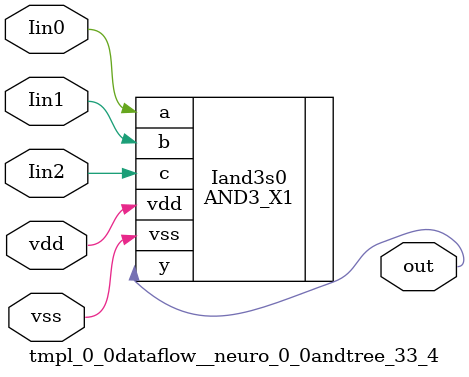
<source format=v>
module tmpl_0_0dataflow__neuro_0_0andtree_33_4(Iin0 , Iin1 , Iin2 , out, vdd, vss); 
   input vdd;
   input vss;
   input Iin0 ;
   input Iin1 ;
   input Iin2 ;
   output out;

// -- signals ---
   wire Iin2 ;
   wire out ;
   wire Iin0 ;
   wire Iin1 ;

// --- instances
AND3_X1 Iand3s0  (.y(out), .a(Iin0 ), .b(Iin1 ), .c(Iin2 ), .vdd(vdd), .vss(vss));
endmodule
</source>
